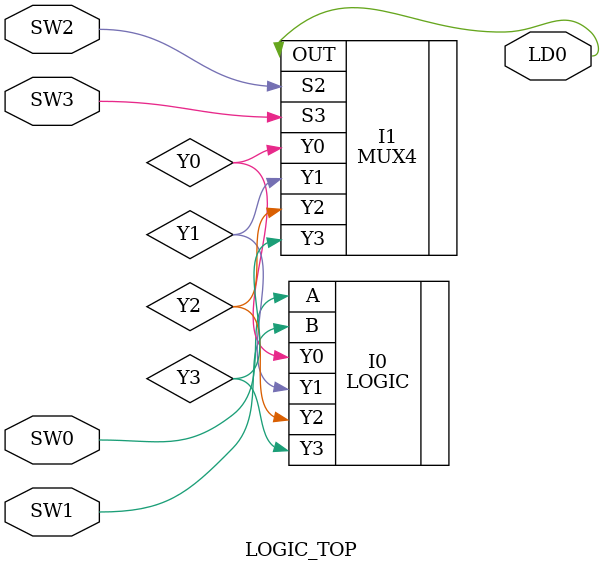
<source format=v>
module LOGIC_TOP(SW0, SW1, SW2, SW3, LD0);
    input SW0, SW1, SW2, SW3;
    output LD0;

    wire Y0, Y1, Y2, Y3;

    LOGIC I0(.A(SW0), .B(SW1), .Y0(Y0), .Y1(Y1), .Y2(Y2), .Y3(Y3));
    MUX4 I1(.Y0(Y0), .Y1(Y1), .Y2(Y2), .Y3(Y3), .S2(SW2), .S3(SW3), .OUT(LD0));

endmodule
</source>
